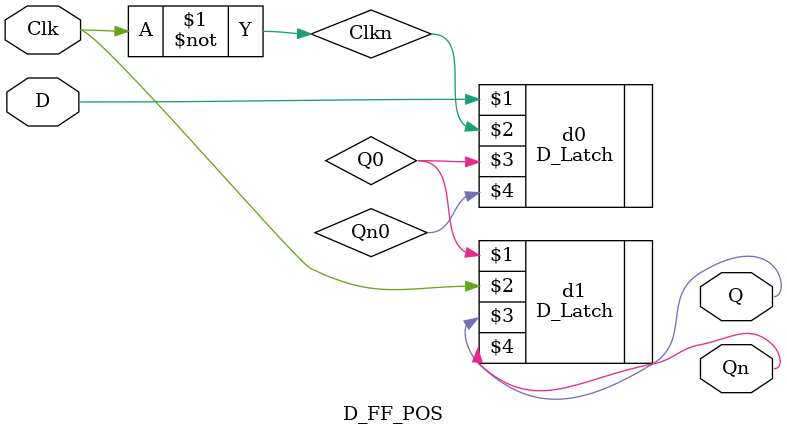
<source format=v>
`timescale 1ns / 1ps

module D_FF_POS(D, Clk, Q, Qn);

input   D, Clk;
output  Q, Qn;

wire    Clkn, Q0, Qn0;

not     i0(Clkn,Clk);
D_Latch d0(D, Clkn, Q0, Qn0);
D_Latch d1(Q0, Clk, Q, Qn);

endmodule

</source>
